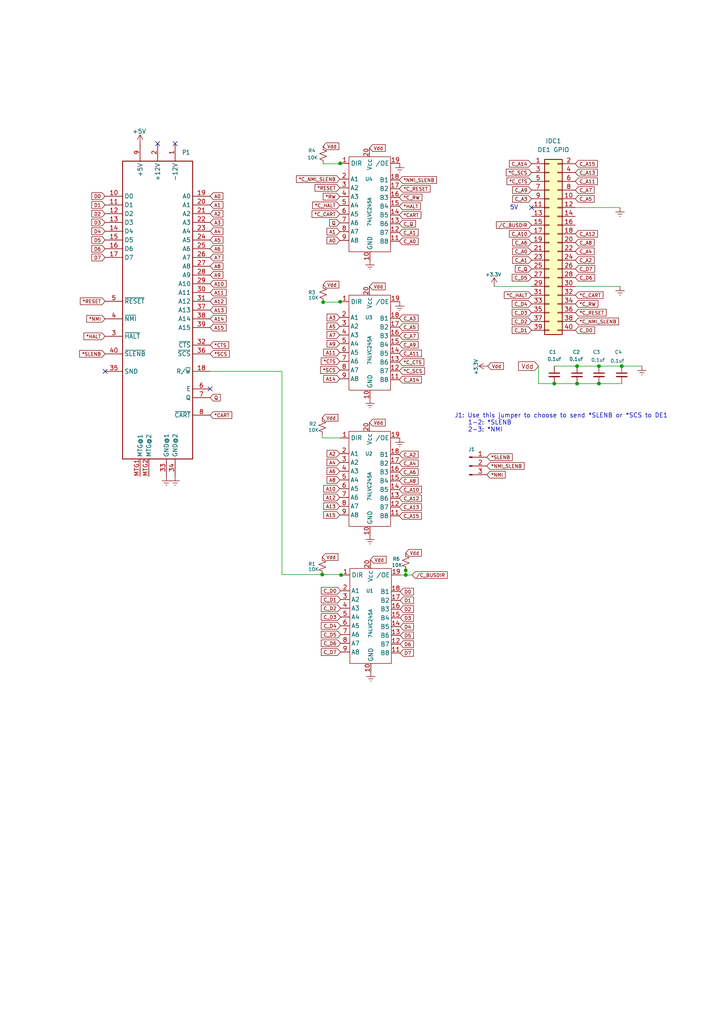
<source format=kicad_sch>
(kicad_sch (version 20211123) (generator eeschema)
  (paper "A4" portrait)
  (title_block (title "CoCo DE1 Hat") (date "2023-01-15") (rev "Rev 0") (company "RCC") (comment 1 "to 3.3v systems with voltage conversion") (comment 2 "Cartridge for TRS-80 Color Computers that expose the Computer BUS") (comment 3 "IDC connector pinout mapped for Altera DE1 FPGA Development Board"))
  (lib_symbols
    (symbol "74LVC245A_2"
      (property "Reference" "U" (at 0 0 0))
      (property "Value" "74LVC245A_2" (at 0 0 0))
      (symbol "74LVC245A_2_0_1"
        (rectangle (start -64.643 89.535) (end -52.578 61.976))
      )
      (symbol "74LVC245A_2_1_1"
        (pin input line (at -67.183 87.63 0) (length 2.54) (name "DIR") (number "1"))
        (pin power_in line (at -58.547 59.436 90) (length 2.54) (name "GND") (number "10"))
        (pin bidirectional line (at -50.038 65.024 180) (length 2.54) (name "B8") (number "11"))
        (pin bidirectional line (at -50.038 67.564 180) (length 2.54) (name "B7") (number "12"))
        (pin bidirectional line (at -50.038 70.104 180) (length 2.54) (name "B6") (number "13"))
        (pin bidirectional line (at -50.038 72.644 180) (length 2.54) (name "B5") (number "14"))
        (pin bidirectional line (at -50.038 75.184 180) (length 2.54) (name "B4") (number "15"))
        (pin bidirectional line (at -50.038 77.724 180) (length 2.54) (name "B3") (number "16"))
        (pin bidirectional line (at -50.038 80.264 180) (length 2.54) (name "B2") (number "17"))
        (pin bidirectional line (at -50.038 82.804 180) (length 2.54) (name "B1") (number "18"))
        (pin input line (at -49.911 87.63 180) (length 2.54) (name "/OE") (number "19"))
        (pin bidirectional line (at -67.31 83.058 0) (length 2.54) (name "A1") (number "2"))
        (pin power_in line (at -58.674 92.075 270) (length 2.54) (name "Vcc") (number "20"))
        (pin bidirectional line (at -67.31 80.518 0) (length 2.54) (name "A2") (number "3"))
        (pin bidirectional line (at -67.31 77.978 0) (length 2.54) (name "A3") (number "4"))
        (pin bidirectional line (at -67.31 75.438 0) (length 2.54) (name "A4") (number "5"))
        (pin bidirectional line (at -67.31 72.898 0) (length 2.54) (name "A5") (number "6"))
        (pin bidirectional line (at -67.31 70.358 0) (length 2.54) (name "A6") (number "7"))
        (pin bidirectional line (at -67.31 67.818 0) (length 2.54) (name "A7") (number "8"))
        (pin bidirectional line (at -67.31 65.278 0) (length 2.54) (name "A8") (number "9"))
      )
    )
    (symbol "74LVC245A_3"
      (property "Reference" "U" (at 0 0 0))
      (property "Value" "74LVC245A_3" (at 0 0 0))
      (symbol "74LVC245A_3_0_1"
        (rectangle (start -64.643 89.535) (end -52.578 61.976))
      )
      (symbol "74LVC245A_3_1_1"
        (pin input line (at -67.183 87.63 0) (length 2.54) (name "DIR") (number "1"))
        (pin power_in line (at -58.547 59.436 90) (length 2.54) (name "GND") (number "10"))
        (pin bidirectional line (at -50.038 65.024 180) (length 2.54) (name "B8") (number "11"))
        (pin bidirectional line (at -50.038 67.564 180) (length 2.54) (name "B7") (number "12"))
        (pin bidirectional line (at -50.038 70.104 180) (length 2.54) (name "B6") (number "13"))
        (pin bidirectional line (at -50.038 72.644 180) (length 2.54) (name "B5") (number "14"))
        (pin bidirectional line (at -50.038 75.184 180) (length 2.54) (name "B4") (number "15"))
        (pin bidirectional line (at -50.038 77.724 180) (length 2.54) (name "B3") (number "16"))
        (pin bidirectional line (at -50.038 80.264 180) (length 2.54) (name "B2") (number "17"))
        (pin bidirectional line (at -50.038 82.804 180) (length 2.54) (name "B1") (number "18"))
        (pin input line (at -49.911 87.63 180) (length 2.54) (name "/OE") (number "19"))
        (pin bidirectional line (at -67.31 83.058 0) (length 2.54) (name "A1") (number "2"))
        (pin power_in line (at -58.674 92.075 270) (length 2.54) (name "Vcc") (number "20"))
        (pin bidirectional line (at -67.31 80.518 0) (length 2.54) (name "A2") (number "3"))
        (pin bidirectional line (at -67.31 77.978 0) (length 2.54) (name "A3") (number "4"))
        (pin bidirectional line (at -67.31 75.438 0) (length 2.54) (name "A4") (number "5"))
        (pin bidirectional line (at -67.31 72.898 0) (length 2.54) (name "A5") (number "6"))
        (pin bidirectional line (at -67.31 70.358 0) (length 2.54) (name "A6") (number "7"))
        (pin bidirectional line (at -67.31 67.818 0) (length 2.54) (name "A7") (number "8"))
        (pin bidirectional line (at -67.31 65.278 0) (length 2.54) (name "A8") (number "9"))
      )
    )
    (symbol "74LVC245A_4"
      (property "Reference" "U" (at 0 0 0))
      (property "Value" "74LVC245A_4" (at 0 0 0))
      (symbol "74LVC245A_4_0_1"
        (rectangle (start -64.643 89.535) (end -52.578 61.976))
      )
      (symbol "74LVC245A_4_1_1"
        (pin input line (at -67.183 87.63 0) (length 2.54) (name "DIR") (number "1"))
        (pin power_in line (at -58.547 59.436 90) (length 2.54) (name "GND") (number "10"))
        (pin bidirectional line (at -50.038 65.024 180) (length 2.54) (name "B8") (number "11"))
        (pin bidirectional line (at -50.038 67.564 180) (length 2.54) (name "B7") (number "12"))
        (pin bidirectional line (at -50.038 70.104 180) (length 2.54) (name "B6") (number "13"))
        (pin bidirectional line (at -50.038 72.644 180) (length 2.54) (name "B5") (number "14"))
        (pin bidirectional line (at -50.038 75.184 180) (length 2.54) (name "B4") (number "15"))
        (pin bidirectional line (at -50.038 77.724 180) (length 2.54) (name "B3") (number "16"))
        (pin bidirectional line (at -50.038 80.264 180) (length 2.54) (name "B2") (number "17"))
        (pin bidirectional line (at -50.038 82.804 180) (length 2.54) (name "B1") (number "18"))
        (pin input line (at -49.911 87.63 180) (length 2.54) (name "/OE") (number "19"))
        (pin bidirectional line (at -67.31 83.058 0) (length 2.54) (name "A1") (number "2"))
        (pin power_in line (at -58.674 92.075 270) (length 2.54) (name "Vcc") (number "20"))
        (pin bidirectional line (at -67.31 80.518 0) (length 2.54) (name "A2") (number "3"))
        (pin bidirectional line (at -67.31 77.978 0) (length 2.54) (name "A3") (number "4"))
        (pin bidirectional line (at -67.31 75.438 0) (length 2.54) (name "A4") (number "5"))
        (pin bidirectional line (at -67.31 72.898 0) (length 2.54) (name "A5") (number "6"))
        (pin bidirectional line (at -67.31 70.358 0) (length 2.54) (name "A6") (number "7"))
        (pin bidirectional line (at -67.31 67.818 0) (length 2.54) (name "A7") (number "8"))
        (pin bidirectional line (at -67.31 65.278 0) (length 2.54) (name "A8") (number "9"))
      )
    )
    (symbol "Connector:Conn_01x03_Male" (pin_names (offset 1.016) hide)
      (property "Reference" "J" (at 0 5.08 0))
      (property "Value" "Conn_01x03_Male" (at 0 -5.08 0))
      (symbol "Conn_01x03_Male_1_1"
        (polyline (pts (xy 1.27 -2.54) (xy 0.8636 -2.54)) (stroke (width 0.1524)))
        (polyline (pts (xy 1.27 0) (xy 0.8636 0)) (stroke (width 0.1524)))
        (polyline (pts (xy 1.27 2.54) (xy 0.8636 2.54)) (stroke (width 0.1524)))
        (rectangle (start 0.8636 -2.413) (end 0 -2.667) (stroke (width 0.1524)) (fill (type outline)))
        (rectangle (start 0.8636 0.127) (end 0 -0.127) (stroke (width 0.1524)) (fill (type outline)))
        (rectangle (start 0.8636 2.667) (end 0 2.413) (stroke (width 0.1524)) (fill (type outline)))
        (pin passive line (at 5.08 2.54 180) (length 3.81) (name "Pin_1") (number "1"))
        (pin passive line (at 5.08 0 180) (length 3.81) (name "Pin_2") (number "2"))
        (pin passive line (at 5.08 -2.54 180) (length 3.81) (name "Pin_3") (number "3"))
      )
    )
    (symbol "Connector_Generic:Conn_02x20_Odd_Even" (pin_names (offset 1.016) hide)
      (property "Reference" "J" (at 1.27 25.4 0))
      (property "Value" "Conn_02x20_Odd_Even" (at 1.27 -27.94 0))
      (symbol "Conn_02x20_Odd_Even_1_1"
        (rectangle (start -1.27 -25.273) (end 0 -25.527) (stroke (width 0.1524)))
        (rectangle (start -1.27 -22.733) (end 0 -22.987) (stroke (width 0.1524)))
        (rectangle (start -1.27 -20.193) (end 0 -20.447) (stroke (width 0.1524)))
        (rectangle (start -1.27 -17.653) (end 0 -17.907) (stroke (width 0.1524)))
        (rectangle (start -1.27 -15.113) (end 0 -15.367) (stroke (width 0.1524)))
        (rectangle (start -1.27 -12.573) (end 0 -12.827) (stroke (width 0.1524)))
        (rectangle (start -1.27 -10.033) (end 0 -10.287) (stroke (width 0.1524)))
        (rectangle (start -1.27 -7.493) (end 0 -7.747) (stroke (width 0.1524)))
        (rectangle (start -1.27 -4.953) (end 0 -5.207) (stroke (width 0.1524)))
        (rectangle (start -1.27 -2.413) (end 0 -2.667) (stroke (width 0.1524)))
        (rectangle (start -1.27 0.127) (end 0 -0.127) (stroke (width 0.1524)))
        (rectangle (start -1.27 2.667) (end 0 2.413) (stroke (width 0.1524)))
        (rectangle (start -1.27 5.207) (end 0 4.953) (stroke (width 0.1524)))
        (rectangle (start -1.27 7.747) (end 0 7.493) (stroke (width 0.1524)))
        (rectangle (start -1.27 10.287) (end 0 10.033) (stroke (width 0.1524)))
        (rectangle (start -1.27 12.827) (end 0 12.573) (stroke (width 0.1524)))
        (rectangle (start -1.27 15.367) (end 0 15.113) (stroke (width 0.1524)))
        (rectangle (start -1.27 17.907) (end 0 17.653) (stroke (width 0.1524)))
        (rectangle (start -1.27 20.447) (end 0 20.193) (stroke (width 0.1524)))
        (rectangle (start -1.27 22.987) (end 0 22.733) (stroke (width 0.1524)))
        (rectangle (start -1.27 24.13) (end 3.81 -26.67) (stroke (width 0.254)) (fill (type background)))
        (rectangle (start 3.81 -25.273) (end 2.54 -25.527) (stroke (width 0.1524)))
        (rectangle (start 3.81 -22.733) (end 2.54 -22.987) (stroke (width 0.1524)))
        (rectangle (start 3.81 -20.193) (end 2.54 -20.447) (stroke (width 0.1524)))
        (rectangle (start 3.81 -17.653) (end 2.54 -17.907) (stroke (width 0.1524)))
        (rectangle (start 3.81 -15.113) (end 2.54 -15.367) (stroke (width 0.1524)))
        (rectangle (start 3.81 -12.573) (end 2.54 -12.827) (stroke (width 0.1524)))
        (rectangle (start 3.81 -10.033) (end 2.54 -10.287) (stroke (width 0.1524)))
        (rectangle (start 3.81 -7.493) (end 2.54 -7.747) (stroke (width 0.1524)))
        (rectangle (start 3.81 -4.953) (end 2.54 -5.207) (stroke (width 0.1524)))
        (rectangle (start 3.81 -2.413) (end 2.54 -2.667) (stroke (width 0.1524)))
        (rectangle (start 3.81 0.127) (end 2.54 -0.127) (stroke (width 0.1524)))
        (rectangle (start 3.81 2.667) (end 2.54 2.413) (stroke (width 0.1524)))
        (rectangle (start 3.81 5.207) (end 2.54 4.953) (stroke (width 0.1524)))
        (rectangle (start 3.81 7.747) (end 2.54 7.493) (stroke (width 0.1524)))
        (rectangle (start 3.81 10.287) (end 2.54 10.033) (stroke (width 0.1524)))
        (rectangle (start 3.81 12.827) (end 2.54 12.573) (stroke (width 0.1524)))
        (rectangle (start 3.81 15.367) (end 2.54 15.113) (stroke (width 0.1524)))
        (rectangle (start 3.81 17.907) (end 2.54 17.653) (stroke (width 0.1524)))
        (rectangle (start 3.81 20.447) (end 2.54 20.193) (stroke (width 0.1524)))
        (rectangle (start 3.81 22.987) (end 2.54 22.733) (stroke (width 0.1524)))
        (pin passive line (at -5.08 22.86 0) (length 3.81) (name "Pin_1") (number "1"))
        (pin passive line (at 7.62 12.7 180) (length 3.81) (name "Pin_10") (number "10"))
        (pin passive line (at -5.08 10.16 0) (length 3.81) (name "Pin_11") (number "11"))
        (pin passive line (at 7.62 10.16 180) (length 3.81) (name "Pin_12") (number "12"))
        (pin passive line (at -5.08 7.62 0) (length 3.81) (name "Pin_13") (number "13"))
        (pin passive line (at 7.62 7.62 180) (length 3.81) (name "Pin_14") (number "14"))
        (pin passive line (at -5.08 5.08 0) (length 3.81) (name "Pin_15") (number "15"))
        (pin passive line (at 7.62 5.08 180) (length 3.81) (name "Pin_16") (number "16"))
        (pin passive line (at -5.08 2.54 0) (length 3.81) (name "Pin_17") (number "17"))
        (pin passive line (at 7.62 2.54 180) (length 3.81) (name "Pin_18") (number "18"))
        (pin passive line (at -5.08 0 0) (length 3.81) (name "Pin_19") (number "19"))
        (pin passive line (at 7.62 22.86 180) (length 3.81) (name "Pin_2") (number "2"))
        (pin passive line (at 7.62 0 180) (length 3.81) (name "Pin_20") (number "20"))
        (pin passive line (at -5.08 -2.54 0) (length 3.81) (name "Pin_21") (number "21"))
        (pin passive line (at 7.62 -2.54 180) (length 3.81) (name "Pin_22") (number "22"))
        (pin passive line (at -5.08 -5.08 0) (length 3.81) (name "Pin_23") (number "23"))
        (pin passive line (at 7.62 -5.08 180) (length 3.81) (name "Pin_24") (number "24"))
        (pin passive line (at -5.08 -7.62 0) (length 3.81) (name "Pin_25") (number "25"))
        (pin passive line (at 7.62 -7.62 180) (length 3.81) (name "Pin_26") (number "26"))
        (pin passive line (at -5.08 -10.16 0) (length 3.81) (name "Pin_27") (number "27"))
        (pin passive line (at 7.62 -10.16 180) (length 3.81) (name "Pin_28") (number "28"))
        (pin passive line (at -5.08 -12.7 0) (length 3.81) (name "Pin_29") (number "29"))
        (pin passive line (at -5.08 20.32 0) (length 3.81) (name "Pin_3") (number "3"))
        (pin passive line (at 7.62 -12.7 180) (length 3.81) (name "Pin_30") (number "30"))
        (pin passive line (at -5.08 -15.24 0) (length 3.81) (name "Pin_31") (number "31"))
        (pin passive line (at 7.62 -15.24 180) (length 3.81) (name "Pin_32") (number "32"))
        (pin passive line (at -5.08 -17.78 0) (length 3.81) (name "Pin_33") (number "33"))
        (pin passive line (at 7.62 -17.78 180) (length 3.81) (name "Pin_34") (number "34"))
        (pin passive line (at -5.08 -20.32 0) (length 3.81) (name "Pin_35") (number "35"))
        (pin passive line (at 7.62 -20.32 180) (length 3.81) (name "Pin_36") (number "36"))
        (pin passive line (at -5.08 -22.86 0) (length 3.81) (name "Pin_37") (number "37"))
        (pin passive line (at 7.62 -22.86 180) (length 3.81) (name "Pin_38") (number "38"))
        (pin passive line (at -5.08 -25.4 0) (length 3.81) (name "Pin_39") (number "39"))
        (pin passive line (at 7.62 20.32 180) (length 3.81) (name "Pin_4") (number "4"))
        (pin passive line (at 7.62 -25.4 180) (length 3.81) (name "Pin_40") (number "40"))
        (pin passive line (at -5.08 17.78 0) (length 3.81) (name "Pin_5") (number "5"))
        (pin passive line (at 7.62 17.78 180) (length 3.81) (name "Pin_6") (number "6"))
        (pin passive line (at -5.08 15.24 0) (length 3.81) (name "Pin_7") (number "7"))
        (pin passive line (at 7.62 15.24 180) (length 3.81) (name "Pin_8") (number "8"))
        (pin passive line (at -5.08 12.7 0) (length 3.81) (name "Pin_9") (number "9"))
      )
    )
    (symbol "Device:C_Small" (pin_numbers hide) (pin_names (offset 0.254) hide)
      (property "Reference" "C" (at 0.254 1.778 0))
      (property "Value" "C_Small" (at 0.254 -2.032 0))
      (symbol "C_Small_0_1"
        (polyline (pts (xy -1.524 -0.508) (xy 1.524 -0.508)) (stroke (width 0.3302)))
        (polyline (pts (xy -1.524 0.508) (xy 1.524 0.508)) (stroke (width 0.3048)))
      )
      (symbol "C_Small_1_1"
        (pin passive line (at 0 2.54 270) (length 2.032) (name "~") (number "1"))
        (pin passive line (at 0 -2.54 90) (length 2.032) (name "~") (number "2"))
      )
    )
    (symbol "Device:R_Small_US" (pin_numbers hide) (pin_names (offset 0.254) hide)
      (property "Reference" "R" (at 0.762 0.508 0))
      (property "Value" "R_Small_US" (at 0.762 -1.016 0))
      (symbol "R_Small_US_1_1"
        (polyline (pts (xy 0 0) (xy 1.016 -0.381) (xy 0 -0.762) (xy -1.016 -1.143) (xy 0 -1.524)))
        (polyline (pts (xy 0 1.524) (xy 1.016 1.143) (xy 0 0.762) (xy -1.016 0.381) (xy 0 0)))
        (pin passive line (at 0 2.54 270) (length 1.016) (name "~") (number "1"))
        (pin passive line (at 0 -2.54 90) (length 1.016) (name "~") (number "2"))
      )
    )
    (symbol "Roni Symbols:CoCo_Slot"
      (property "Reference" "P" (at 10.16 40.64 0))
      (symbol "CoCo_Slot_1_0"
        (polyline (pts (xy -10.16 -45.72) (xy -10.16 40.64)) (stroke (width 0.254)))
        (polyline (pts (xy -10.16 40.64) (xy 10.16 40.64)) (stroke (width 0.254)))
        (polyline (pts (xy 10.16 -45.72) (xy -10.16 -45.72)) (stroke (width 0.254)))
        (polyline (pts (xy 10.16 40.64) (xy 10.16 -45.72)) (stroke (width 0.254)))
        (pin passive line (at 5.08 45.72 270) (length 5.08) (name "-12V") (number "1"))
        (pin bidirectional line (at -15.24 30.48 0) (length 5.08) (name "D0") (number "10"))
        (pin bidirectional line (at -15.24 27.94 0) (length 5.08) (name "D1") (number "11"))
        (pin bidirectional line (at -15.24 25.4 0) (length 5.08) (name "D2") (number "12"))
        (pin bidirectional line (at -15.24 22.86 0) (length 5.08) (name "D3") (number "13"))
        (pin bidirectional line (at -15.24 20.32 0) (length 5.08) (name "D4") (number "14"))
        (pin bidirectional line (at -15.24 17.78 0) (length 5.08) (name "D5") (number "15"))
        (pin bidirectional line (at -15.24 15.24 0) (length 5.08) (name "D6") (number "16"))
        (pin bidirectional line (at -15.24 12.7 0) (length 5.08) (name "D7") (number "17"))
        (pin output line (at 15.24 -20.32 180) (length 5.08) (name "R/~{W}") (number "18"))
        (pin output line (at 15.24 30.48 180) (length 5.08) (name "A0") (number "19"))
        (pin passive line (at 0 45.72 270) (length 5.08) (name "+12V") (number "2"))
        (pin output line (at 15.24 27.94 180) (length 5.08) (name "A1") (number "20"))
        (pin output line (at 15.24 25.4 180) (length 5.08) (name "A2") (number "21"))
        (pin output line (at 15.24 22.86 180) (length 5.08) (name "A3") (number "22"))
        (pin output line (at 15.24 20.32 180) (length 5.08) (name "A4") (number "23"))
        (pin output line (at 15.24 17.78 180) (length 5.08) (name "A5") (number "24"))
        (pin output line (at 15.24 15.24 180) (length 5.08) (name "A6") (number "25"))
        (pin output line (at 15.24 12.7 180) (length 5.08) (name "A7") (number "26"))
        (pin output line (at 15.24 10.16 180) (length 5.08) (name "A8") (number "27"))
        (pin output line (at 15.24 7.62 180) (length 5.08) (name "A9") (number "28"))
        (pin output line (at 15.24 5.08 180) (length 5.08) (name "A10") (number "29"))
        (pin bidirectional line (at -15.24 -10.16 0) (length 5.08) (name "~{HALT}") (number "3"))
        (pin output line (at 15.24 2.54 180) (length 5.08) (name "A11") (number "30"))
        (pin output line (at 15.24 0 180) (length 5.08) (name "A12") (number "31"))
        (pin output line (at 15.24 -12.7 180) (length 5.08) (name "~{CTS}") (number "32"))
        (pin passive line (at 2.54 -50.8 90) (length 5.08) (name "GND@1") (number "33"))
        (pin passive line (at 5.08 -50.8 90) (length 5.08) (name "GND@2") (number "34"))
        (pin bidirectional line (at -15.24 -20.32 0) (length 5.08) (name "SND") (number "35"))
        (pin output line (at 15.24 -15.24 180) (length 5.08) (name "~{SCS}") (number "36"))
        (pin output line (at 15.24 -2.54 180) (length 5.08) (name "A13") (number "37"))
        (pin output line (at 15.24 -5.08 180) (length 5.08) (name "A14") (number "38"))
        (pin output line (at 15.24 -7.62 180) (length 5.08) (name "A15") (number "39"))
        (pin bidirectional line (at -15.24 -5.08 0) (length 5.08) (name "~{NMI}") (number "4"))
        (pin input line (at -15.24 -15.24 0) (length 5.08) (name "~{SLENB}") (number "40"))
        (pin bidirectional line (at -15.24 0 0) (length 5.08) (name "~{RESET}") (number "5"))
        (pin output line (at 15.24 -25.4 180) (length 5.08) (name "E") (number "6"))
        (pin output line (at 15.24 -27.94 180) (length 5.08) (name "Q") (number "7"))
        (pin input line (at 15.24 -33.02 180) (length 5.08) (name "~{CART}") (number "8"))
        (pin passive line (at -5.08 45.72 270) (length 5.08) (name "+5V") (number "9"))
        (pin passive line (at -5.08 -50.8 90) (length 5.08) (name "MTG@1") (number "MTG1"))
        (pin passive line (at -2.54 -50.8 90) (length 5.08) (name "MTG@2") (number "MTG2"))
      )
    )
    (symbol "Roni:74LVC245A"
      (property "Reference" "U" (at 0 0 0))
      (property "Value" "74LVC245A" (at 0 0 0))
      (symbol "74LVC245A_0_1"
        (rectangle (start -64.643 89.535) (end -52.578 61.976))
      )
      (symbol "74LVC245A_1_1"
        (pin input line (at -67.183 87.63 0) (length 2.54) (name "DIR") (number "1"))
        (pin power_in line (at -58.547 59.436 90) (length 2.54) (name "GND") (number "10"))
        (pin bidirectional line (at -50.038 65.024 180) (length 2.54) (name "B8") (number "11"))
        (pin bidirectional line (at -50.038 67.564 180) (length 2.54) (name "B7") (number "12"))
        (pin bidirectional line (at -50.038 70.104 180) (length 2.54) (name "B6") (number "13"))
        (pin bidirectional line (at -50.038 72.644 180) (length 2.54) (name "B5") (number "14"))
        (pin bidirectional line (at -50.038 75.184 180) (length 2.54) (name "B4") (number "15"))
        (pin bidirectional line (at -50.038 77.724 180) (length 2.54) (name "B3") (number "16"))
        (pin bidirectional line (at -50.038 80.264 180) (length 2.54) (name "B2") (number "17"))
        (pin bidirectional line (at -50.038 82.804 180) (length 2.54) (name "B1") (number "18"))
        (pin input line (at -49.911 87.63 180) (length 2.54) (name "/OE") (number "19"))
        (pin bidirectional line (at -67.31 83.058 0) (length 2.54) (name "A1") (number "2"))
        (pin power_in line (at -58.674 92.075 270) (length 2.54) (name "Vcc") (number "20"))
        (pin bidirectional line (at -67.31 80.518 0) (length 2.54) (name "A2") (number "3"))
        (pin bidirectional line (at -67.31 77.978 0) (length 2.54) (name "A3") (number "4"))
        (pin bidirectional line (at -67.31 75.438 0) (length 2.54) (name "A4") (number "5"))
        (pin bidirectional line (at -67.31 72.898 0) (length 2.54) (name "A5") (number "6"))
        (pin bidirectional line (at -67.31 70.358 0) (length 2.54) (name "A6") (number "7"))
        (pin bidirectional line (at -67.31 67.818 0) (length 2.54) (name "A7") (number "8"))
        (pin bidirectional line (at -67.31 65.278 0) (length 2.54) (name "A8") (number "9"))
      )
    )
    (symbol "power:+3.3V" (power) (pin_names (offset 0))
      (property "Value" "+3.3V" (at 0 3.556 0))
      (symbol "+3.3V_0_1"
        (polyline (pts (xy -0.762 1.27) (xy 0 2.54)))
        (polyline (pts (xy 0 0) (xy 0 2.54)))
        (polyline (pts (xy 0 2.54) (xy 0.762 1.27)))
      )
      (symbol "+3.3V_1_1"
        (pin power_in line (at 0 0 90) (length 0) hide (name "+3.3V") (number "1"))
      )
    )
    (symbol "power:+5V" (power) (pin_names (offset 0))
      (property "Value" "+5V" (at 0 3.556 0))
      (symbol "+5V_0_1"
        (polyline (pts (xy -0.762 1.27) (xy 0 2.54)))
        (polyline (pts (xy 0 0) (xy 0 2.54)))
        (polyline (pts (xy 0 2.54) (xy 0.762 1.27)))
      )
      (symbol "+5V_1_1"
        (pin power_in line (at 0 0 90) (length 0) hide (name "+5V") (number "1"))
      )
    )
    (symbol "power:GNDREF" (power) (pin_names (offset 0))
      (property "Value" "GNDREF" (at 0 -3.81 0))
      (symbol "GNDREF_0_1"
        (polyline (pts (xy -0.635 -1.905) (xy 0.635 -1.905)))
        (polyline (pts (xy -0.127 -2.54) (xy 0.127 -2.54)))
        (polyline (pts (xy 0 -1.27) (xy 0 0)))
        (polyline (pts (xy 1.27 -1.27) (xy -1.27 -1.27)))
      )
      (symbol "GNDREF_1_1"
        (pin power_in line (at 0 0 270) (length 0) hide (name "GNDREF") (number "1"))
      )
    )
  )
  (junction (at 167.386 106.172))
  (junction (at 180.34 106.172))
  (junction (at 98.933 166.751))
  (junction (at 173.736 106.172))
  (junction (at 173.736 111.252))
  (junction (at 98.679 47.371))
  (junction (at 167.386 111.252))
  (junction (at 98.679 87.503))
  (junction (at 160.782 111.252))
  (junction (at 117.6788 165.4117))
  (junction (at 93.726 87.63))
  (junction (at 93.472 166.624))
  (junction (at 117.7027 166.751))
  (no_connect (at 60.96 112.776))
  (no_connect (at 45.72 41.656))
  (no_connect (at 154.178 60.198))
  (no_connect (at 30.48 107.696))
  (no_connect (at 50.8 41.656))
  (wire (pts (xy 81.788 107.696) (xy 81.788 166.624)))
  (wire (pts (xy 81.788 166.624) (xy 93.472 166.624)))
  (wire (pts (xy 180.34 106.172) (xy 186.182 106.172)))
  (wire (pts (xy 98.679 87.63) (xy 98.679 87.503)))
  (wire (pts (xy 98.933 166.624) (xy 98.933 166.751)))
  (wire (pts (xy 173.736 106.172) (xy 180.34 106.172)))
  (wire (pts (xy 93.472 126.238) (xy 93.472 127)))
  (wire (pts (xy 160.782 106.172) (xy 167.386 106.172)))
  (wire (pts (xy 167.386 106.172) (xy 173.736 106.172)))
  (wire (pts (xy 93.726 87.6914) (xy 93.726 87.63)))
  (wire (pts (xy 117.7027 165.4117) (xy 117.6788 165.4117)))
  (wire (pts (xy 143.3397 83.058) (xy 154.178 83.058)))
  (wire (pts (xy 166.878 83.058) (xy 179.8596 83.058)))
  (wire (pts (xy 117.7027 166.751) (xy 119.5564 166.751)))
  (wire (pts (xy 117.7027 166.751) (xy 117.7027 165.4117)))
  (wire (pts (xy 93.472 127) (xy 98.679 127)))
  (wire (pts (xy 167.386 111.252) (xy 173.736 111.252)))
  (wire (pts (xy 60.96 107.696) (xy 81.788 107.696)))
  (wire (pts (xy 98.679 47.498) (xy 98.679 47.371)))
  (wire (pts (xy 156.21 111.252) (xy 160.782 111.252)))
  (wire (pts (xy 160.782 111.252) (xy 167.386 111.252)))
  (wire (pts (xy 166.878 60.198) (xy 179.832 60.198)))
  (wire (pts (xy 93.726 47.498) (xy 98.679 47.498)))
  (wire (pts (xy 93.726 87.63) (xy 98.679 87.63)))
  (wire (pts (xy 116.205 166.751) (xy 117.7027 166.751)))
  (wire (pts (xy 173.736 111.252) (xy 180.34 111.252)))
  (wire (pts (xy 93.472 166.624) (xy 98.933 166.624)))
  (wire (pts (xy 156.21 106.172) (xy 156.21 111.252)))
  (text "J1: Use this jumper to choose to send *SLENB or *SCS to DE1\n    1-2: *SLENB\n    2-3: *NMI\n" (at 131.826 125.476 0) (effects (font (size 1.27 1.27)) (justify left bottom)))
  (text "5V" (at 147.859 61.0374 0) (effects (font (size 1.27 1.27)) (justify left bottom)))
  (global_label "Vdd" (shape input) (at 107.188 122.555 0) (effects (font (size 1 1))) (property "Intersheet References" "${INTERSHEET_REFS}" (effects hide)))
  (global_label "C_D5" (shape input) (at 154.178 80.518 180) (effects (font (size 1 1))) (property "Intersheet References" "${INTERSHEET_REFS}" (effects hide)))
  (global_label "A9" (shape input) (at 98.552 99.695 180) (effects (font (size 1 1))) (property "Intersheet References" "${INTERSHEET_REFS}" (effects hide)))
  (global_label "*CTS" (shape input) (at 98.552 104.775 180) (effects (font (size 1 1))) (property "Intersheet References" "${INTERSHEET_REFS}" (effects hide)))
  (global_label "Vdd" (shape input) (at 107.442 162.306 0) (effects (font (size 1 1))) (property "Intersheet References" "${INTERSHEET_REFS}" (effects hide)))
  (global_label "C_A13" (shape input) (at 115.824 147.066 0) (effects (font (size 1 1))) (property "Intersheet References" "${INTERSHEET_REFS}" (effects hide)))
  (global_label "C_A6" (shape input) (at 115.824 136.906 0) (effects (font (size 1 1))) (property "Intersheet References" "${INTERSHEET_REFS}" (effects hide)))
  (global_label "A5" (shape input) (at 60.96 69.596 0) (effects (font (size 1 1))) (property "Intersheet References" "${INTERSHEET_REFS}" (effects hide)))
  (global_label "C_A7" (shape input) (at 166.878 55.118 0) (effects (font (size 1 1))) (property "Intersheet References" "${INTERSHEET_REFS}" (effects hide)))
  (global_label "*C_NMI_SLENB" (shape input) (at 166.878 93.218 0) (effects (font (size 1 1))) (property "Intersheet References" "${INTERSHEET_REFS}" (effects hide)))
  (global_label "C_A4" (shape input) (at 166.878 72.898 0) (effects (font (size 1 1))) (property "Intersheet References" "${INTERSHEET_REFS}" (effects hide)))
  (global_label "A1" (shape input) (at 60.96 59.436 0) (effects (font (size 1 1))) (property "Intersheet References" "${INTERSHEET_REFS}" (effects hide)))
  (global_label "{slash}C_BUSDIR" (shape input) (at 154.178 65.278 180) (effects (font (size 1 1))) (property "Intersheet References" "${INTERSHEET_REFS}" (effects hide)))
  (global_label "*C_RESET" (shape input) (at 115.824 54.737 0) (effects (font (size 1 1))) (property "Intersheet References" "${INTERSHEET_REFS}" (effects hide)))
  (global_label "D5" (shape input) (at 116.078 184.277 0) (effects (font (size 1 1))) (property "Intersheet References" "${INTERSHEET_REFS}" (effects hide)))
  (global_label "C_A0" (shape input) (at 154.178 72.898 180) (effects (font (size 1 1))) (property "Intersheet References" "${INTERSHEET_REFS}" (effects hide)))
  (global_label "C_A2" (shape input) (at 166.878 75.438 0) (effects (font (size 1 1))) (property "Intersheet References" "${INTERSHEET_REFS}" (effects hide)))
  (global_label "*NMI" (shape input) (at 30.48 92.456 180) (effects (font (size 1 1))) (property "Intersheet References" "${INTERSHEET_REFS}" (effects hide)))
  (global_label "A10" (shape input) (at 60.96 82.296 0) (effects (font (size 1 1))) (property "Intersheet References" "${INTERSHEET_REFS}" (effects hide)))
  (global_label "*C_CART" (shape input) (at 166.878 85.598 0) (effects (font (size 1 1))) (property "Intersheet References" "${INTERSHEET_REFS}" (effects hide)))
  (global_label "A15" (shape input) (at 60.96 94.996 0) (effects (font (size 1 1))) (property "Intersheet References" "${INTERSHEET_REFS}" (effects hide)))
  (global_label "C_D0" (shape input) (at 98.806 171.323 180) (effects (font (size 1 1))) (property "Intersheet References" "${INTERSHEET_REFS}" (effects hide)))
  (global_label "C_D0" (shape input) (at 166.878 95.758 0) (effects (font (size 1 1))) (property "Intersheet References" "${INTERSHEET_REFS}" (effects hide)))
  (global_label "Vdd" (shape input) (at 93.726 82.55 0) (effects (font (size 1 1))) (property "Intersheet References" "${INTERSHEET_REFS}" (effects hide)))
  (global_label "*C_SCS" (shape input) (at 154.178 50.038 180) (effects (font (size 1 1))) (property "Intersheet References" "${INTERSHEET_REFS}" (effects hide)))
  (global_label "C_D7" (shape input) (at 98.806 189.103 180) (effects (font (size 1 1))) (property "Intersheet References" "${INTERSHEET_REFS}" (effects hide)))
  (global_label "A0" (shape input) (at 60.96 56.896 0) (effects (font (size 1 1))) (property "Intersheet References" "${INTERSHEET_REFS}" (effects hide)))
  (global_label "*RESET" (shape input) (at 30.48 87.376 180) (effects (font (size 1 1))) (property "Intersheet References" "${INTERSHEET_REFS}" (effects hide)))
  (global_label "*NMI" (shape input) (at 141.224 137.668 0) (effects (font (size 1 1))) (property "Intersheet References" "${INTERSHEET_REFS}" (effects hide)))
  (global_label "C_A12" (shape input) (at 115.824 144.526 0) (effects (font (size 1 1))) (property "Intersheet References" "${INTERSHEET_REFS}" (effects hide)))
  (global_label "A1" (shape input) (at 98.552 67.183 180) (effects (font (size 1 1))) (property "Intersheet References" "${INTERSHEET_REFS}" (effects hide)))
  (global_label "C_A10" (shape input) (at 154.178 67.818 180) (effects (font (size 1 1))) (property "Intersheet References" "${INTERSHEET_REFS}" (effects hide)))
  (global_label "C_A9" (shape input) (at 154.178 55.118 180) (effects (font (size 1 1))) (property "Intersheet References" "${INTERSHEET_REFS}" (effects hide)))
  (global_label "A7" (shape input) (at 60.96 74.676 0) (effects (font (size 1 1))) (property "Intersheet References" "${INTERSHEET_REFS}" (effects hide)))
  (global_label "*C_CTS" (shape input) (at 154.178 52.578 180) (effects (font (size 1 1))) (property "Intersheet References" "${INTERSHEET_REFS}" (effects hide)))
  (global_label "A10" (shape input) (at 98.552 141.732 180) (effects (font (size 1 1))) (property "Intersheet References" "${INTERSHEET_REFS}" (effects hide)))
  (global_label "D3" (shape input) (at 30.48 64.516 180) (effects (font (size 1 1))) (property "Intersheet References" "${INTERSHEET_REFS}" (effects hide)))
  (global_label "*HALT" (shape input) (at 115.824 59.817 0) (effects (font (size 1 1))) (property "Intersheet References" "${INTERSHEET_REFS}" (effects hide)))
  (global_label "C_D5" (shape input) (at 98.806 184.023 180) (effects (font (size 1 1))) (property "Intersheet References" "${INTERSHEET_REFS}" (effects hide)))
  (global_label "C_A8" (shape input) (at 115.824 139.446 0) (effects (font (size 1 1))) (property "Intersheet References" "${INTERSHEET_REFS}" (effects hide)))
  (global_label "C_A8" (shape input) (at 166.878 70.358 0) (effects (font (size 1 1))) (property "Intersheet References" "${INTERSHEET_REFS}" (effects hide)))
  (global_label "D6" (shape input) (at 116.078 186.817 0) (effects (font (size 1 1))) (property "Intersheet References" "${INTERSHEET_REFS}" (effects hide)))
  (global_label "D3" (shape input) (at 116.078 179.197 0) (effects (font (size 1 1))) (property "Intersheet References" "${INTERSHEET_REFS}" (effects hide)))
  (global_label "D4" (shape input) (at 30.48 67.056 180) (effects (font (size 1 1))) (property "Intersheet References" "${INTERSHEET_REFS}" (effects hide)))
  (global_label "D0" (shape input) (at 116.078 171.577 0) (effects (font (size 1 1))) (property "Intersheet References" "${INTERSHEET_REFS}" (effects hide)))
  (global_label "C_A15" (shape input) (at 166.878 47.498 0) (effects (font (size 1 1))) (property "Intersheet References" "${INTERSHEET_REFS}" (effects hide)))
  (global_label "C_D2" (shape input) (at 98.806 176.403 180) (effects (font (size 1 1))) (property "Intersheet References" "${INTERSHEET_REFS}" (effects hide)))
  (global_label "*CTS" (shape input) (at 60.96 100.076 0) (effects (font (size 1 1))) (property "Intersheet References" "${INTERSHEET_REFS}" (effects hide)))
  (global_label "*HALT" (shape input) (at 30.48 97.536 180) (effects (font (size 1 1))) (property "Intersheet References" "${INTERSHEET_REFS}" (effects hide)))
  (global_label "C_A3" (shape input) (at 154.178 57.658 180) (effects (font (size 1 1))) (property "Intersheet References" "${INTERSHEET_REFS}" (effects hide)))
  (global_label "C_Q" (shape input) (at 154.178 77.978 180) (effects (font (size 1 1))) (property "Intersheet References" "${INTERSHEET_REFS}" (effects hide)))
  (global_label "A15" (shape input) (at 98.552 149.352 180) (effects (font (size 1 1))) (property "Intersheet References" "${INTERSHEET_REFS}" (effects hide)))
  (global_label "D6" (shape input) (at 30.48 72.136 180) (effects (font (size 1 1))) (property "Intersheet References" "${INTERSHEET_REFS}" (effects hide)))
  (global_label "C_D3" (shape input) (at 154.178 90.678 180) (effects (font (size 1 1))) (property "Intersheet References" "${INTERSHEET_REFS}" (effects hide)))
  (global_label "C_A6" (shape input) (at 154.178 70.358 180) (effects (font (size 1 1))) (property "Intersheet References" "${INTERSHEET_REFS}" (effects hide)))
  (global_label "C_A12" (shape input) (at 166.878 67.818 0) (effects (font (size 1 1))) (property "Intersheet References" "${INTERSHEET_REFS}" (effects hide)))
  (global_label "C_A4" (shape input) (at 115.824 134.366 0) (effects (font (size 1 1))) (property "Intersheet References" "${INTERSHEET_REFS}" (effects hide)))
  (global_label "*NMI_SLENB" (shape input) (at 115.824 52.197 0) (effects (font (size 1 1))) (property "Intersheet References" "${INTERSHEET_REFS}" (effects hide)))
  (global_label "C_A2" (shape input) (at 115.824 131.826 0) (effects (font (size 1 1))) (property "Intersheet References" "${INTERSHEET_REFS}" (effects hide)))
  (global_label "*CART" (shape input) (at 115.824 62.357 0) (effects (font (size 1 1))) (property "Intersheet References" "${INTERSHEET_REFS}" (effects hide)))
  (global_label "A6" (shape input) (at 98.552 136.652 180) (effects (font (size 1 1))) (property "Intersheet References" "${INTERSHEET_REFS}" (effects hide)))
  (global_label "*C_SCS" (shape input) (at 115.824 107.569 0) (effects (font (size 1 1))) (property "Intersheet References" "${INTERSHEET_REFS}" (effects hide)))
  (global_label "{slash}C_BUSDIR" (shape input) (at 119.5564 166.751 0) (effects (font (size 1 1))) (property "Intersheet References" "${INTERSHEET_REFS}" (effects hide)))
  (global_label "C_D2" (shape input) (at 154.178 93.218 180) (effects (font (size 1 1))) (property "Intersheet References" "${INTERSHEET_REFS}" (effects hide)))
  (global_label "Vdd" (shape input) (at 93.472 121.158 0) (effects (font (size 1 1))) (property "Intersheet References" "${INTERSHEET_REFS}" (effects hide)))
  (global_label "A3" (shape input) (at 98.552 92.075 180) (effects (font (size 1 1))) (property "Intersheet References" "${INTERSHEET_REFS}" (effects hide)))
  (global_label "D2" (shape input) (at 30.48 61.976 180) (effects (font (size 1 1))) (property "Intersheet References" "${INTERSHEET_REFS}" (effects hide)))
  (global_label "A11" (shape input) (at 98.552 102.235 180) (effects (font (size 1 1))) (property "Intersheet References" "${INTERSHEET_REFS}" (effects hide)))
  (global_label "Vdd" (shape input) (at 156.21 106.172 180) (property "Intersheet References" "${INTERSHEET_REFS}" (effects hide)))
  (global_label "C_A11" (shape input) (at 115.824 102.489 0) (effects (font (size 1 1))) (property "Intersheet References" "${INTERSHEET_REFS}" (effects hide)))
  (global_label "A14" (shape input) (at 98.552 109.855 180) (effects (font (size 1 1))) (property "Intersheet References" "${INTERSHEET_REFS}" (effects hide)))
  (global_label "*SLENB" (shape input) (at 141.224 132.588 0) (effects (font (size 1 1))) (property "Intersheet References" "${INTERSHEET_REFS}" (effects hide)))
  (global_label "*C_CTS" (shape input) (at 115.824 105.029 0) (effects (font (size 1 1))) (property "Intersheet References" "${INTERSHEET_REFS}" (effects hide)))
  (global_label "C_D3" (shape input) (at 98.806 178.943 180) (effects (font (size 1 1))) (property "Intersheet References" "${INTERSHEET_REFS}" (effects hide)))
  (global_label "A0" (shape input) (at 98.552 69.723 180) (effects (font (size 1 1))) (property "Intersheet References" "${INTERSHEET_REFS}" (effects hide)))
  (global_label "A8" (shape input) (at 98.552 139.192 180) (effects (font (size 1 1))) (property "Intersheet References" "${INTERSHEET_REFS}" (effects hide)))
  (global_label "*C_CART" (shape input) (at 98.552 62.103 180) (effects (font (size 1 1))) (property "Intersheet References" "${INTERSHEET_REFS}" (effects hide)))
  (global_label "C_A0" (shape input) (at 115.824 69.977 0) (effects (font (size 1 1))) (property "Intersheet References" "${INTERSHEET_REFS}" (effects hide)))
  (global_label "D2" (shape input) (at 116.078 176.657 0) (effects (font (size 1 1))) (property "Intersheet References" "${INTERSHEET_REFS}" (effects hide)))
  (global_label "A5" (shape input) (at 98.552 94.615 180) (effects (font (size 1 1))) (property "Intersheet References" "${INTERSHEET_REFS}" (effects hide)))
  (global_label "*SLENB" (shape input) (at 30.48 102.616 180) (effects (font (size 1 1))) (property "Intersheet References" "${INTERSHEET_REFS}" (effects hide)))
  (global_label "Vdd" (shape input) (at 117.6788 160.3317 0) (effects (font (size 1 1))) (property "Intersheet References" "${INTERSHEET_REFS}" (effects hide)))
  (global_label "C_D1" (shape input) (at 154.178 95.758 180) (effects (font (size 1 1))) (property "Intersheet References" "${INTERSHEET_REFS}" (effects hide)))
  (global_label "*NMI_SLENB" (shape input) (at 141.224 135.128 0) (effects (font (size 1 1))) (property "Intersheet References" "${INTERSHEET_REFS}" (effects hide)))
  (global_label "*C_HALT" (shape input) (at 154.178 85.598 180) (effects (font (size 1 1))) (property "Intersheet References" "${INTERSHEET_REFS}" (effects hide)))
  (global_label "C_A1" (shape input) (at 154.178 75.438 180) (effects (font (size 1 1))) (property "Intersheet References" "${INTERSHEET_REFS}" (effects hide)))
  (global_label "*SCS" (shape input) (at 98.552 107.315 180) (effects (font (size 1 1))) (property "Intersheet References" "${INTERSHEET_REFS}" (effects hide)))
  (global_label "D5" (shape input) (at 30.48 69.596 180) (effects (font (size 1 1))) (property "Intersheet References" "${INTERSHEET_REFS}" (effects hide)))
  (global_label "C_D4" (shape input) (at 98.806 181.483 180) (effects (font (size 1 1))) (property "Intersheet References" "${INTERSHEET_REFS}" (effects hide)))
  (global_label "*C_RW" (shape input) (at 115.824 57.277 0) (effects (font (size 1 1))) (property "Intersheet References" "${INTERSHEET_REFS}" (effects hide)))
  (global_label "A12" (shape input) (at 98.552 144.272 180) (effects (font (size 1 1))) (property "Intersheet References" "${INTERSHEET_REFS}" (effects hide)))
  (global_label "C_D7" (shape input) (at 166.878 77.978 0) (effects (font (size 1 1))) (property "Intersheet References" "${INTERSHEET_REFS}" (effects hide)))
  (global_label "A6" (shape input) (at 60.96 72.136 0) (effects (font (size 1 1))) (property "Intersheet References" "${INTERSHEET_REFS}" (effects hide)))
  (global_label "C_A1" (shape input) (at 115.824 67.437 0) (effects (font (size 1 1))) (property "Intersheet References" "${INTERSHEET_REFS}" (effects hide)))
  (global_label "*C_HALT" (shape input) (at 98.552 59.563 180) (effects (font (size 1 1))) (property "Intersheet References" "${INTERSHEET_REFS}" (effects hide)))
  (global_label "Vdd" (shape input) (at 141.478 106.172 0) (effects (font (size 1 1))) (property "Intersheet References" "${INTERSHEET_REFS}" (effects hide)))
  (global_label "D7" (shape input) (at 116.078 189.357 0) (effects (font (size 1 1))) (property "Intersheet References" "${INTERSHEET_REFS}" (effects hide)))
  (global_label "C_A7" (shape input) (at 115.824 97.409 0) (effects (font (size 1 1))) (property "Intersheet References" "${INTERSHEET_REFS}" (effects hide)))
  (global_label "*SCS" (shape input) (at 60.96 102.616 0) (effects (font (size 1 1))) (property "Intersheet References" "${INTERSHEET_REFS}" (effects hide)))
  (global_label "A3" (shape input) (at 60.96 64.516 0) (effects (font (size 1 1))) (property "Intersheet References" "${INTERSHEET_REFS}" (effects hide)))
  (global_label "A2" (shape input) (at 98.552 131.572 180) (effects (font (size 1 1))) (property "Intersheet References" "${INTERSHEET_REFS}" (effects hide)))
  (global_label "C_Q" (shape input) (at 115.824 64.897 0) (effects (font (size 1 1))) (property "Intersheet References" "${INTERSHEET_REFS}" (effects hide)))
  (global_label "C_D1" (shape input) (at 98.806 173.863 180) (effects (font (size 1 1))) (property "Intersheet References" "${INTERSHEET_REFS}" (effects hide)))
  (global_label "C_A10" (shape input) (at 115.824 141.986 0) (effects (font (size 1 1))) (property "Intersheet References" "${INTERSHEET_REFS}" (effects hide)))
  (global_label "A13" (shape input) (at 98.552 146.812 180) (effects (font (size 1 1))) (property "Intersheet References" "${INTERSHEET_REFS}" (effects hide)))
  (global_label "Q" (shape input) (at 98.552 64.643 180) (effects (font (size 1 1))) (property "Intersheet References" "${INTERSHEET_REFS}" (effects hide)))
  (global_label "*RESET" (shape input) (at 98.552 54.483 180) (effects (font (size 1 1))) (property "Intersheet References" "${INTERSHEET_REFS}" (effects hide)))
  (global_label "C_D4" (shape input) (at 154.178 88.138 180) (effects (font (size 1 1))) (property "Intersheet References" "${INTERSHEET_REFS}" (effects hide)))
  (global_label "D1" (shape input) (at 30.48 59.436 180) (effects (font (size 1 1))) (property "Intersheet References" "${INTERSHEET_REFS}" (effects hide)))
  (global_label "C_A14" (shape input) (at 154.178 47.498 180) (effects (font (size 1 1))) (property "Intersheet References" "${INTERSHEET_REFS}" (effects hide)))
  (global_label "*CART" (shape input) (at 60.96 120.396 0) (effects (font (size 1 1))) (property "Intersheet References" "${INTERSHEET_REFS}" (effects hide)))
  (global_label "Q" (shape input) (at 60.96 115.316 0) (effects (font (size 1 1))) (property "Intersheet References" "${INTERSHEET_REFS}" (effects hide)))
  (global_label "C_A5" (shape input) (at 166.878 57.658 0) (effects (font (size 1 1))) (property "Intersheet References" "${INTERSHEET_REFS}" (effects hide)))
  (global_label "C_A9" (shape input) (at 115.824 99.949 0) (effects (font (size 1 1))) (property "Intersheet References" "${INTERSHEET_REFS}" (effects hide)))
  (global_label "C_D6" (shape input) (at 166.878 80.518 0) (effects (font (size 1 1))) (property "Intersheet References" "${INTERSHEET_REFS}" (effects hide)))
  (global_label "*RW" (shape input) (at 98.552 57.023 180) (effects (font (size 1 1))) (property "Intersheet References" "${INTERSHEET_REFS}" (effects hide)))
  (global_label "D1" (shape input) (at 116.078 174.117 0) (effects (font (size 1 1))) (property "Intersheet References" "${INTERSHEET_REFS}" (effects hide)))
  (global_label "A12" (shape input) (at 60.96 87.376 0) (effects (font (size 1 1))) (property "Intersheet References" "${INTERSHEET_REFS}" (effects hide)))
  (global_label "C_A14" (shape input) (at 115.824 110.109 0) (effects (font (size 1 1))) (property "Intersheet References" "${INTERSHEET_REFS}" (effects hide)))
  (global_label "C_A11" (shape input) (at 166.878 52.578 0) (effects (font (size 1 1))) (property "Intersheet References" "${INTERSHEET_REFS}" (effects hide)))
  (global_label "C_D6" (shape input) (at 98.806 186.563 180) (effects (font (size 1 1))) (property "Intersheet References" "${INTERSHEET_REFS}" (effects hide)))
  (global_label "*C_RESET" (shape input) (at 166.878 90.678 0) (effects (font (size 1 1))) (property "Intersheet References" "${INTERSHEET_REFS}" (effects hide)))
  (global_label "D7" (shape input) (at 30.48 74.676 180) (effects (font (size 1 1))) (property "Intersheet References" "${INTERSHEET_REFS}" (effects hide)))
  (global_label "A7" (shape input) (at 98.552 97.155 180) (effects (font (size 1 1))) (property "Intersheet References" "${INTERSHEET_REFS}" (effects hide)))
  (global_label "Vdd" (shape input) (at 93.472 161.544 0) (effects (font (size 1 1))) (property "Intersheet References" "${INTERSHEET_REFS}" (effects hide)))
  (global_label "A8" (shape input) (at 60.96 77.216 0) (effects (font (size 1 1))) (property "Intersheet References" "${INTERSHEET_REFS}" (effects hide)))
  (global_label "C_A13" (shape input) (at 166.878 50.038 0) (effects (font (size 1 1))) (property "Intersheet References" "${INTERSHEET_REFS}" (effects hide)))
  (global_label "C_A3" (shape input) (at 115.824 92.329 0) (effects (font (size 1 1))) (property "Intersheet References" "${INTERSHEET_REFS}" (effects hide)))
  (global_label "C_A15" (shape input) (at 115.824 149.606 0) (effects (font (size 1 1))) (property "Intersheet References" "${INTERSHEET_REFS}" (effects hide)))
  (global_label "D0" (shape input) (at 30.48 56.896 180) (effects (font (size 1 1))) (property "Intersheet References" "${INTERSHEET_REFS}" (effects hide)))
  (global_label "D4" (shape input) (at 116.078 181.737 0) (effects (font (size 1 1))) (property "Intersheet References" "${INTERSHEET_REFS}" (effects hide)))
  (global_label "Vdd" (shape input) (at 93.726 42.418 0) (effects (font (size 1 1))) (property "Intersheet References" "${INTERSHEET_REFS}" (effects hide)))
  (global_label "Vdd" (shape input) (at 107.188 83.058 0) (effects (font (size 1 1))) (property "Intersheet References" "${INTERSHEET_REFS}" (effects hide)))
  (global_label "*C_NMI_SLENB" (shape input) (at 98.552 51.943 180) (effects (font (size 1 1))) (property "Intersheet References" "${INTERSHEET_REFS}" (effects hide)))
  (global_label "C_A5" (shape input) (at 115.824 94.869 0) (effects (font (size 1 1))) (property "Intersheet References" "${INTERSHEET_REFS}" (effects hide)))
  (global_label "A11" (shape input) (at 60.96 84.836 0) (effects (font (size 1 1))) (property "Intersheet References" "${INTERSHEET_REFS}" (effects hide)))
  (global_label "Vdd" (shape input) (at 107.188 42.926 0) (effects (font (size 1 1))) (property "Intersheet References" "${INTERSHEET_REFS}" (effects hide)))
  (global_label "A4" (shape input) (at 98.552 134.112 180) (effects (font (size 1 1))) (property "Intersheet References" "${INTERSHEET_REFS}" (effects hide)))
  (global_label "A4" (shape input) (at 60.96 67.056 0) (effects (font (size 1 1))) (property "Intersheet References" "${INTERSHEET_REFS}" (effects hide)))
  (global_label "A2" (shape input) (at 60.96 61.976 0) (effects (font (size 1 1))) (property "Intersheet References" "${INTERSHEET_REFS}" (effects hide)))
  (global_label "A13" (shape input) (at 60.96 89.916 0) (effects (font (size 1 1))) (property "Intersheet References" "${INTERSHEET_REFS}" (effects hide)))
  (global_label "*C_RW" (shape input) (at 166.878 88.138 0) (effects (font (size 1 1))) (property "Intersheet References" "${INTERSHEET_REFS}" (effects hide)))
  (global_label "A14" (shape input) (at 60.96 92.456 0) (effects (font (size 1 1))) (property "Intersheet References" "${INTERSHEET_REFS}" (effects hide)))
  (global_label "A9" (shape input) (at 60.96 79.756 0) (effects (font (size 1 1))) (property "Intersheet References" "${INTERSHEET_REFS}" (effects hide)))
  (symbol (lib_id "power:GNDREF") (at 48.26 138.176 0) (unit 1)
    (property "Reference" "#PWR0103" (effects hide))
    (property "Value" "GNDREF" (effects hide))
  )
  (symbol (lib_id "power:GNDREF") (at 107.315 115.697 0) (unit 1)
    (property "Reference" "#PWR018" (effects hide))
    (property "Value" "GNDREF" (effects hide))
  )
  (symbol (lib_id "power:+5V") (at 40.64 41.656 0) (unit 1)
    (property "Reference" "#PWR01" (effects hide))
    (property "Value" "+5V" (at 40.386 38.1 0))
  )
  (symbol (lib_id "power:+3.3V") (at 143.3397 83.058 0) (unit 1)
    (property "Reference" "#PWR0109" (effects hide))
    (property "Value" "+3.3V" (at 143.0857 79.629 0) (effects (font (size 1 1))))
  )
  (symbol (lib_id "Device:R_Small_US") (at 117.6788 162.8717 0) (unit 1)
    (property "Reference" "R6" (at 113.8688 162.1097 0) (effects (font (size 1 1)) (justify left)))
    (property "Value" "10K" (at 113.6148 163.8877 0) (effects (font (size 1 1)) (justify left)))
    (property "Footprint" "Resistor_THT:R_Axial_DIN0204_L3.6mm_D1.6mm_P5.08mm_Horizontal" (effects hide))
  )
  (symbol (lib_id "Connector:Conn_01x03_Male") (at 136.144 135.128 0) (unit 1)
    (property "Reference" "J1" (at 136.779 130.302 0) (effects (font (size 1 1))))
    (property "Value" "J1" (effects hide))
    (property "Footprint" "Connector_PinHeader_2.54mm:PinHeader_1x03_P2.54mm_Vertical" (effects hide))
  )
  (symbol (lib_id "Device:R_Small_US") (at 93.726 85.09 0) (unit 1)
    (property "Reference" "R3" (at 89.408 84.836 0) (effects (font (size 1 1)) (justify left)))
    (property "Value" "10K" (at 89.408 86.36 0) (effects (font (size 1 1)) (justify left)))
    (property "Footprint" "Resistor_THT:R_Axial_DIN0204_L3.6mm_D1.6mm_P5.08mm_Horizontal" (effects hide))
  )
  (symbol (lib_id "power:GNDREF") (at 179.8596 83.058 0) (unit 1)
    (property "Reference" "#PWR0101" (effects hide))
    (property "Value" "GNDREF" (effects hide))
  )
  (symbol (lib_id "Roni Symbols:CoCo_Slot") (at 45.72 87.376 0) (unit 1)
    (property "Reference" "P1" (at 52.8194 44.196 0) (effects (font (size 1.27 1.0795)) (justify left)))
    (property "Value" "CoCo_Slot" (effects hide))
    (property "Footprint" "Roni Footprints:COCO-CART-HAT" (effects hide))
  )
  (symbol (lib_id "Device:R_Small_US") (at 93.472 123.698 0) (unit 1)
    (property "Reference" "R2" (at 89.662 122.936 0) (effects (font (size 1 1)) (justify left)))
    (property "Value" "10K" (at 89.408 124.714 0) (effects (font (size 1 1)) (justify left)))
    (property "Footprint" "Resistor_THT:R_Axial_DIN0204_L3.6mm_D1.6mm_P5.08mm_Horizontal" (effects hide))
  )
  (symbol (lib_id "Connector_Generic:Conn_02x20_Odd_Even") (at 159.258 70.358 0) (unit 1)
    (property "Reference" "IDC1" (at 160.528 40.894 0))
    (property "Value" "DE1 GPIO" (at 160.528 43.434 0))
    (property "Footprint" "Connector_PinHeader_2.54mm:PinHeader_2x20_P2.54mm_Vertical" (effects hide))
  )
  (symbol (lib_id "Device:R_Small_US") (at 93.472 164.084 0) (unit 1)
    (property "Reference" "R1" (at 89.408 163.576 0) (effects (font (size 1 1)) (justify left)))
    (property "Value" "10K" (at 89.408 165.1 0) (effects (font (size 1 1)) (justify left)))
    (property "Footprint" "Resistor_THT:R_Axial_DIN0204_L3.6mm_D1.6mm_P5.08mm_Horizontal" (effects hide))
  )
  (symbol (lib_id "power:GNDREF") (at 115.951 127 0) (unit 1)
    (property "Reference" "#PWR09" (effects hide))
    (property "Value" "GNDREF" (effects hide))
  )
  (symbol (lib_id "Device:C_Small") (at 180.34 108.712 0) (unit 1)
    (property "Reference" "C4" (at 178.308 102.108 0) (effects (font (size 1 1)) (justify left)))
    (property "Value" "0.1uf" (at 177.038 104.648 0) (effects (font (size 1 1)) (justify left)))
    (property "Footprint" "Capacitor_THT:C_Disc_D3.0mm_W1.6mm_P2.50mm" (effects hide))
  )
  (symbol (lib_id "power:GNDREF") (at 107.315 155.194 0) (unit 1)
    (property "Reference" "#PWR019" (effects hide))
    (property "Value" "GNDREF" (effects hide))
  )
  (symbol (lib_id "power:GNDREF") (at 50.8 138.176 0) (unit 1)
    (property "Reference" "#PWR0102" (effects hide))
    (property "Value" "GNDREF" (effects hide))
  )
  (symbol (lib_id "Device:R_Small_US") (at 93.726 44.958 0) (unit 1)
    (property "Reference" "R4" (at 89.408 43.688 0) (effects (font (size 1 1)) (justify left)))
    (property "Value" "10K" (at 89.154 45.72 0) (effects (font (size 1 1)) (justify left)))
    (property "Footprint" "Resistor_THT:R_Axial_DIN0204_L3.6mm_D1.6mm_P5.08mm_Horizontal" (effects hide))
  )
  (symbol (lib_id "power:GNDREF") (at 179.832 60.198 0) (unit 1)
    (property "Reference" "#PWR030" (effects hide))
    (property "Value" "GNDREF" (effects hide))
  )
  (symbol (lib_id "power:GNDREF") (at 115.951 87.503 0) (unit 1)
    (property "Reference" "#PWR07" (effects hide))
    (property "Value" "GNDREF" (effects hide))
  )
  (symbol (lib_id "power:GNDREF") (at 107.569 194.945 0) (unit 1)
    (property "Reference" "#PWR021" (effects hide))
    (property "Value" "GNDREF" (effects hide))
  )
  (symbol (lib_id "Device:C_Small") (at 173.736 108.712 0) (unit 1)
    (property "Reference" "C3" (at 171.958 102.108 0) (effects (font (size 1 1)) (justify left)))
    (property "Value" "0.1uf" (at 171.45 104.394 0) (effects (font (size 1 1)) (justify left)))
    (property "Footprint" "Capacitor_THT:C_Disc_D3.0mm_W1.6mm_P2.50mm" (effects hide))
  )
  (symbol (lib_id "Roni:74LVC245A") (at 166.116 254.381 0) (unit 1)
    (property "Reference" "U1" (at 106.172 171.323 0) (effects (font (size 1 1)) (justify left)))
    (property "Value" "74LVC245A" (at 107.442 185.039 90) (effects (font (size 1 1)) (justify left)))
    (property "Footprint" "Package_DIP:DIP-20_W7.62mm" (effects hide))
  )
  (symbol (lib_name "74LVC245A_2") (lib_id "Roni:74LVC245A") (at 165.862 135.001 0) (unit 1)
    (property "Reference" "U4" (at 105.918 51.943 0) (effects (font (size 1 1)) (justify left)))
    (property "Value" "74LVC245A" (at 107.188 65.659 90) (effects (font (size 1 1)) (justify left)))
    (property "Footprint" "Package_DIP:DIP-20_W7.62mm" (effects hide))
  )
  (symbol (lib_id "power:GNDREF") (at 186.182 106.172 0) (unit 1)
    (property "Reference" "#PWR0104" (effects hide))
    (property "Value" "GNDREF" (effects hide))
  )
  (symbol (lib_id "Device:C_Small") (at 160.782 108.712 0) (unit 1)
    (property "Reference" "C1" (at 159.258 102.108 0) (effects (font (size 1 1)) (justify left)))
    (property "Value" "0.1uf" (at 158.75 104.14 0) (effects (font (size 1 1)) (justify left)))
    (property "Footprint" "Capacitor_THT:C_Disc_D3.0mm_W1.6mm_P2.50mm" (effects hide))
  )
  (symbol (lib_id "power:GNDREF") (at 107.315 75.565 0) (unit 1)
    (property "Reference" "#PWR017" (effects hide))
    (property "Value" "GNDREF" (effects hide))
  )
  (symbol (lib_id "power:+3.3V") (at 141.478 106.172 90) (unit 1)
    (property "Reference" "#PWR0110" (effects hide))
    (property "Value" "+3.3V" (at 138.049 106.426 0) (effects (font (size 1 1))))
  )
  (symbol (lib_id "power:GNDREF") (at 115.951 47.371 0) (unit 1)
    (property "Reference" "#PWR05" (effects hide))
    (property "Value" "GNDREF" (effects hide))
  )
  (symbol (lib_id "Device:C_Small") (at 167.386 108.712 0) (unit 1)
    (property "Reference" "C2" (at 166.116 102.108 0) (effects (font (size 1 1)) (justify left)))
    (property "Value" "0.1uf" (at 165.1 104.14 0) (effects (font (size 1 1)) (justify left)))
    (property "Footprint" "Capacitor_THT:C_Disc_D3.0mm_W1.6mm_P2.50mm" (effects hide))
  )
  (symbol (lib_name "74LVC245A_3") (lib_id "Roni:74LVC245A") (at 165.862 175.133 0) (unit 1)
    (property "Reference" "U3" (at 105.918 92.075 0) (effects (font (size 1 1)) (justify left)))
    (property "Value" "74LVC245A" (at 107.188 105.791 90) (effects (font (size 1 1)) (justify left)))
    (property "Footprint" "Package_DIP:DIP-20_W7.62mm" (effects hide))
  )
  (symbol (lib_name "74LVC245A_4") (lib_id "Roni:74LVC245A") (at 165.862 214.63 0) (unit 1)
    (property "Reference" "U2" (at 105.918 131.572 0) (effects (font (size 1 1)) (justify left)))
    (property "Value" "74LVC245A" (at 107.188 145.288 90) (effects (font (size 1 1)) (justify left)))
    (property "Footprint" "Package_DIP:DIP-20_W7.62mm" (effects hide))
  )
)
</source>
